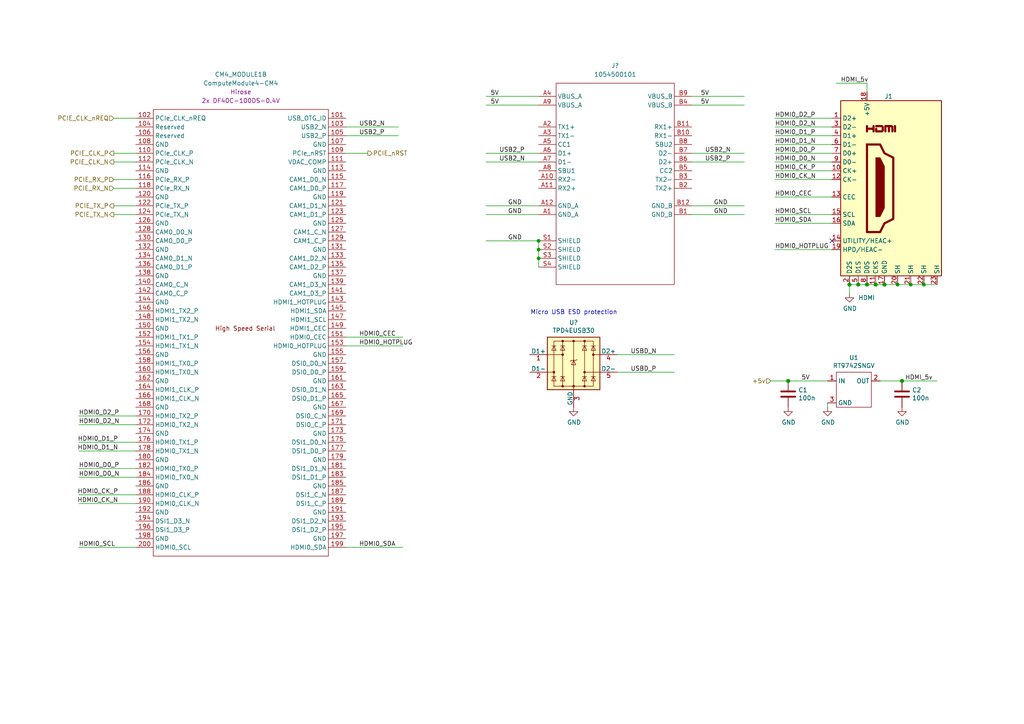
<source format=kicad_sch>
(kicad_sch (version 20211123) (generator eeschema)
  (paper "A4")
  (lib_symbols
    (symbol "CM4IO:1054500101"
      (property "Reference" "J" (at 0 0 0))
      (property "Value" "1054500101" (at 0 0 0))
      (symbol "1054500101_0_1"
        (rectangle (start 0 -5.08) (end 34.29 -63.5))
      )
      (symbol "1054500101_1_1"
        (pin input line (at -5.08 -43.18 0) (length 5) (name "GND_A") (number "A1"))
        (pin input line (at -5.08 -33.02 0) (length 5) (name "RX2-") (number "A10"))
        (pin input line (at -5.08 -35.56 0) (length 5) (name "RX2+") (number "A11"))
        (pin input line (at -5.08 -40.64 0) (length 5) (name "GND_A") (number "A12"))
        (pin input line (at -5.08 -17.78 0) (length 5) (name "TX1+") (number "A2"))
        (pin input line (at -5.08 -20.32 0) (length 5) (name "TX1-") (number "A3"))
        (pin input line (at -5.08 -8.89 0) (length 5) (name "VBUS_A") (number "A4"))
        (pin input line (at -5.08 -22.86 0) (length 5) (name "CC1") (number "A5"))
        (pin input line (at -5.08 -25.4 0) (length 5) (name "D1+") (number "A6"))
        (pin input line (at -5.08 -27.94 0) (length 5) (name "D1-") (number "A7"))
        (pin input line (at -5.08 -30.48 0) (length 5) (name "SBU1") (number "A8"))
        (pin input line (at -5.08 -11.43 0) (length 5) (name "VBUS_A") (number "A9"))
        (pin input line (at 39.37 -43.18 180) (length 5) (name "GND_B") (number "B1"))
        (pin input line (at 39.37 -20.32 180) (length 5) (name "RX1-") (number "B10"))
        (pin input line (at 39.37 -17.78 180) (length 5) (name "RX1+") (number "B11"))
        (pin input line (at 39.37 -40.64 180) (length 5) (name "GND_B") (number "B12"))
        (pin input line (at 39.37 -35.56 180) (length 5) (name "TX2+") (number "B2"))
        (pin input line (at 39.37 -33.02 180) (length 5) (name "TX2-") (number "B3"))
        (pin input line (at 39.37 -11.43 180) (length 5) (name "VBUS_B") (number "B4"))
        (pin input line (at 39.37 -30.48 180) (length 5) (name "CC2") (number "B5"))
        (pin input line (at 39.37 -27.94 180) (length 5) (name "D2+") (number "B6"))
        (pin input line (at 39.37 -25.4 180) (length 5) (name "D2-") (number "B7"))
        (pin input line (at 39.37 -22.86 180) (length 5) (name "SBU2") (number "B8"))
        (pin input line (at 39.37 -8.89 180) (length 5) (name "VBUS_B") (number "B9"))
        (pin input line (at -5.08 -50.8 0) (length 5) (name "SHIELD") (number "S1"))
        (pin input line (at -5.08 -53.34 0) (length 5) (name "SHIELD") (number "S2"))
        (pin input line (at -5.08 -55.88 0) (length 5) (name "SHIELD") (number "S3"))
        (pin input line (at -5.08 -58.42 0) (length 5) (name "SHIELD") (number "S4"))
      )
    )
    (symbol "CM4IO:ComputeModule4-CM4"
      (property "Reference" "Module" (at 113.03 -68.58 0))
      (property "Value" "ComputeModule4-CM4" (at 140.97 2.54 0))
      (property "Field4" "Hirose" (at 0 0 0))
      (property "Field5" "2x DF40C-100DS-0.4V" (at 0 -2.54 0))
      (symbol "ComputeModule4-CM4_1_0"
        (text "GPIO" (at 0 6.35 0) (effects (font (size 1.27 1.27))))
      )
      (symbol "ComputeModule4-CM4_1_1"
        (rectangle (start -30.48 -71.12) (end 25.4 58.42))
        (text "600mA Max" (at -8.89 -53.34 0) (effects (font (size 1.27 1.27))))
        (text "600mA Max" (at -8.89 -48.26 0) (effects (font (size 1.27 1.27))))
        (text "NB SD signals are only available" (at -1.27 -27.94 0) (effects (font (size 1.27 1.27))))
        (text "on modules without eMMC" (at -1.27 -30.48 0) (effects (font (size 1.27 1.27))))
        (pin power_in line (at 27.94 55.88 180) (length 2.54) (name "GND") (number "1"))
        (pin passive line (at -33.02 45.72 0) (length 2.54) (name "Ethernet_Pair0_N") (number "10"))
        (pin output line (at -33.02 -68.58 0) (length 2.54) (name "nEXTRST") (number "100"))
        (pin passive line (at 27.94 43.18 180) (length 2.54) (name "Ethernet_Pair2_P") (number "11"))
        (pin passive line (at -33.02 43.18 0) (length 2.54) (name "Ethernet_Pair0_P") (number "12"))
        (pin power_in line (at 27.94 40.64 180) (length 2.54) (name "GND") (number "13"))
        (pin power_in line (at -33.02 40.64 0) (length 2.54) (name "GND") (number "14"))
        (pin output line (at 27.94 38.1 180) (length 2.54) (name "Ethernet_nLED3(3.3v)") (number "15"))
        (pin input line (at -33.02 38.1 0) (length 2.54) (name "Ethernet_SYNC_IN(1.8v)") (number "16"))
        (pin output line (at 27.94 35.56 180) (length 2.54) (name "Ethernet_nLED2(3.3v)") (number "17"))
        (pin input line (at -33.02 35.56 0) (length 2.54) (name "Ethernet_SYNC_OUT(1.8v)") (number "18"))
        (pin output line (at 27.94 33.02 180) (length 2.54) (name "Ethernet_nLED1(3.3v)") (number "19"))
        (pin power_in line (at -33.02 55.88 0) (length 2.54) (name "GND") (number "2"))
        (pin passive line (at -33.02 33.02 0) (length 2.54) (name "EEPROM_nWP") (number "20"))
        (pin open_collector line (at 27.94 30.48 180) (length 2.54) (name "PI_nLED_Activity") (number "21"))
        (pin power_in line (at -33.02 30.48 0) (length 2.54) (name "GND") (number "22"))
        (pin power_in line (at 27.94 27.94 180) (length 2.54) (name "GND") (number "23"))
        (pin passive line (at -33.02 27.94 0) (length 2.54) (name "GPIO26") (number "24"))
        (pin passive line (at 27.94 25.4 180) (length 2.54) (name "GPIO21") (number "25"))
        (pin passive line (at -33.02 25.4 0) (length 2.54) (name "GPIO19") (number "26"))
        (pin passive line (at 27.94 22.86 180) (length 2.54) (name "GPIO20") (number "27"))
        (pin passive line (at -33.02 22.86 0) (length 2.54) (name "GPIO13") (number "28"))
        (pin passive line (at 27.94 20.32 180) (length 2.54) (name "GPIO16") (number "29"))
        (pin passive line (at 27.94 53.34 180) (length 2.54) (name "Ethernet_Pair3_P") (number "3"))
        (pin passive line (at -33.02 20.32 0) (length 2.54) (name "GPIO6") (number "30"))
        (pin passive line (at 27.94 17.78 180) (length 2.54) (name "GPIO12") (number "31"))
        (pin power_in line (at -33.02 17.78 0) (length 2.54) (name "GND") (number "32"))
        (pin power_in line (at 27.94 15.24 180) (length 2.54) (name "GND") (number "33"))
        (pin passive line (at -33.02 15.24 0) (length 2.54) (name "GPIO5") (number "34"))
        (pin passive line (at 27.94 12.7 180) (length 2.54) (name "ID_SC") (number "35"))
        (pin passive line (at -33.02 12.7 0) (length 2.54) (name "ID_SD") (number "36"))
        (pin passive line (at 27.94 10.16 180) (length 2.54) (name "GPIO7") (number "37"))
        (pin passive line (at -33.02 10.16 0) (length 2.54) (name "GPIO11") (number "38"))
        (pin passive line (at 27.94 7.62 180) (length 2.54) (name "GPIO8") (number "39"))
        (pin passive line (at -33.02 53.34 0) (length 2.54) (name "Ethernet_Pair1_P") (number "4"))
        (pin passive line (at -33.02 7.62 0) (length 2.54) (name "GPIO9") (number "40"))
        (pin passive line (at 27.94 5.08 180) (length 2.54) (name "GPIO25") (number "41"))
        (pin power_in line (at -33.02 5.08 0) (length 2.54) (name "GND") (number "42"))
        (pin power_in line (at 27.94 2.54 180) (length 2.54) (name "GND") (number "43"))
        (pin passive line (at -33.02 2.54 0) (length 2.54) (name "GPIO10") (number "44"))
        (pin passive line (at 27.94 0 180) (length 2.54) (name "GPIO24") (number "45"))
        (pin passive line (at -33.02 0 0) (length 2.54) (name "GPIO22") (number "46"))
        (pin passive line (at 27.94 -2.54 180) (length 2.54) (name "GPIO23") (number "47"))
        (pin passive line (at -33.02 -2.54 0) (length 2.54) (name "GPIO27") (number "48"))
        (pin passive line (at 27.94 -5.08 180) (length 2.54) (name "GPIO18") (number "49"))
        (pin passive line (at 27.94 50.8 180) (length 2.54) (name "Ethernet_Pair3_N") (number "5"))
        (pin passive line (at -33.02 -5.08 0) (length 2.54) (name "GPIO17") (number "50"))
        (pin passive line (at 27.94 -7.62 180) (length 2.54) (name "GPIO15") (number "51"))
        (pin power_in line (at -33.02 -7.62 0) (length 2.54) (name "GND") (number "52"))
        (pin power_in line (at 27.94 -10.16 180) (length 2.54) (name "GND") (number "53"))
        (pin passive line (at -33.02 -10.16 0) (length 2.54) (name "GPIO4") (number "54"))
        (pin passive line (at 27.94 -12.7 180) (length 2.54) (name "GPIO14") (number "55"))
        (pin passive line (at -33.02 -12.7 0) (length 2.54) (name "GPIO3") (number "56"))
        (pin passive line (at 27.94 -15.24 180) (length 2.54) (name "SD_CLK") (number "57"))
        (pin passive line (at -33.02 -15.24 0) (length 2.54) (name "GPIO2") (number "58"))
        (pin power_in line (at 27.94 -17.78 180) (length 2.54) (name "GND") (number "59"))
        (pin passive line (at -33.02 50.8 0) (length 2.54) (name "Ethernet_Pair1_N") (number "6"))
        (pin power_in line (at -33.02 -17.78 0) (length 2.54) (name "GND") (number "60"))
        (pin passive line (at 27.94 -20.32 180) (length 2.54) (name "SD_DAT3") (number "61"))
        (pin passive line (at -33.02 -20.32 0) (length 2.54) (name "SD_CMD") (number "62"))
        (pin passive line (at 27.94 -22.86 180) (length 2.54) (name "SD_DAT0") (number "63"))
        (pin passive line (at -33.02 -22.86 0) (length 2.54) (name "SD_DAT5") (number "64"))
        (pin power_in line (at 27.94 -25.4 180) (length 2.54) (name "GND") (number "65"))
        (pin power_in line (at -33.02 -25.4 0) (length 2.54) (name "GND") (number "66"))
        (pin passive line (at 27.94 -27.94 180) (length 2.54) (name "SD_DAT1") (number "67"))
        (pin passive line (at -33.02 -27.94 0) (length 2.54) (name "SD_DAT4") (number "68"))
        (pin passive line (at 27.94 -30.48 180) (length 2.54) (name "SD_DAT2") (number "69"))
        (pin power_in line (at 27.94 48.26 180) (length 2.54) (name "GND") (number "7"))
        (pin passive line (at -33.02 -30.48 0) (length 2.54) (name "SD_DAT7") (number "70"))
        (pin power_in line (at 27.94 -33.02 180) (length 2.54) (name "GND") (number "71"))
        (pin passive line (at -33.02 -33.02 0) (length 2.54) (name "SD_DAT6") (number "72"))
        (pin input line (at 27.94 -35.56 180) (length 2.54) (name "SD_VDD_Override") (number "73"))
        (pin power_in line (at -33.02 -35.56 0) (length 2.54) (name "GND") (number "74"))
        (pin output line (at 27.94 -38.1 180) (length 2.54) (name "SD_PWR_ON") (number "75"))
        (pin passive line (at -33.02 -38.1 0) (length 2.54) (name "Reserved") (number "76"))
        (pin power_in line (at 27.94 -40.64 180) (length 2.54) (name "+5v_(Input)") (number "77"))
        (pin power_in line (at -33.02 -40.64 0) (length 2.54) (name "GPIO_VREF(1.8v/3.3v_Input)") (number "78"))
        (pin power_in line (at 27.94 -43.18 180) (length 2.54) (name "+5v_(Input)") (number "79"))
        (pin power_in line (at -33.02 48.26 0) (length 2.54) (name "GND") (number "8"))
        (pin passive line (at -33.02 -43.18 0) (length 2.54) (name "SCL0") (number "80"))
        (pin power_in line (at 27.94 -45.72 180) (length 2.54) (name "+5v_(Input)") (number "81"))
        (pin passive line (at -33.02 -45.72 0) (length 2.54) (name "SDA0") (number "82"))
        (pin power_in line (at 27.94 -48.26 180) (length 2.54) (name "+5v_(Input)") (number "83"))
        (pin power_out line (at -33.02 -48.26 0) (length 2.54) (name "+3.3v_(Output)") (number "84"))
        (pin power_in line (at 27.94 -50.8 180) (length 2.54) (name "+5v_(Input)") (number "85"))
        (pin power_out line (at -33.02 -50.8 0) (length 2.54) (name "+3.3v_(Output)") (number "86"))
        (pin power_in line (at 27.94 -53.34 180) (length 2.54) (name "+5v_(Input)") (number "87"))
        (pin power_out line (at -33.02 -53.34 0) (length 2.54) (name "+1.8v_(Output)") (number "88"))
        (pin power_in line (at 27.94 -55.88 180) (length 2.54) (name "WiFi_nDisable") (number "89"))
        (pin passive line (at 27.94 45.72 180) (length 2.54) (name "Ethernet_Pair2_N") (number "9"))
        (pin power_out line (at -33.02 -55.88 0) (length 2.54) (name "+1.8v_(Output)") (number "90"))
        (pin power_in line (at 27.94 -58.42 180) (length 2.54) (name "BT_nDisable") (number "91"))
        (pin passive line (at -33.02 -58.42 0) (length 2.54) (name "RUN_PG") (number "92"))
        (pin input line (at 27.94 -60.96 180) (length 2.54) (name "nRPIBOOT") (number "93"))
        (pin passive line (at -33.02 -60.96 0) (length 2.54) (name "AnalogIP1") (number "94"))
        (pin output line (at 27.94 -63.5 180) (length 2.54) (name "nPI_LED_PWR") (number "95"))
        (pin passive line (at -33.02 -63.5 0) (length 2.54) (name "AnalogIP0") (number "96"))
        (pin passive line (at 27.94 -66.04 180) (length 2.54) (name "Camera_GPIO") (number "97"))
        (pin power_in line (at -33.02 -66.04 0) (length 2.54) (name "GND") (number "98"))
        (pin input line (at 27.94 -68.58 180) (length 2.54) (name "Global_EN") (number "99"))
      )
      (symbol "ComputeModule4-CM4_2_1"
        (rectangle (start 114.3 -66.04) (end 165.1 63.5))
        (text "High Speed Serial" (at 140.97 0 0) (effects (font (size 1.27 1.27))))
        (pin input line (at 170.18 60.96 180) (length 5.08) (name "USB_OTG_ID") (number "101"))
        (pin input line (at 109.22 60.96 0) (length 5.08) (name "PCIe_CLK_nREQ") (number "102"))
        (pin passive line (at 170.18 58.42 180) (length 5.08) (name "USB2_N") (number "103"))
        (pin passive line (at 109.22 58.42 0) (length 5.08) (name "Reserved") (number "104"))
        (pin passive line (at 170.18 55.88 180) (length 5.08) (name "USB2_P") (number "105"))
        (pin passive line (at 109.22 55.88 0) (length 5.08) (name "Reserved") (number "106"))
        (pin power_in line (at 170.18 53.34 180) (length 5.08) (name "GND") (number "107"))
        (pin power_in line (at 109.22 53.34 0) (length 5.08) (name "GND") (number "108"))
        (pin bidirectional line (at 170.18 50.8 180) (length 5.08) (name "PCIe_nRST") (number "109"))
        (pin output line (at 109.22 50.8 0) (length 5.08) (name "PCIe_CLK_P") (number "110"))
        (pin passive line (at 170.18 48.26 180) (length 5.08) (name "VDAC_COMP") (number "111"))
        (pin output line (at 109.22 48.26 0) (length 5.08) (name "PCIe_CLK_N") (number "112"))
        (pin power_in line (at 170.18 45.72 180) (length 5.08) (name "GND") (number "113"))
        (pin power_in line (at 109.22 45.72 0) (length 5.08) (name "GND") (number "114"))
        (pin input line (at 170.18 43.18 180) (length 5.08) (name "CAM1_D0_N") (number "115"))
        (pin input line (at 109.22 43.18 0) (length 5.08) (name "PCIe_RX_P") (number "116"))
        (pin input line (at 170.18 40.64 180) (length 5.08) (name "CAM1_D0_P") (number "117"))
        (pin input line (at 109.22 40.64 0) (length 5.08) (name "PCIe_RX_N") (number "118"))
        (pin power_in line (at 170.18 38.1 180) (length 5.08) (name "GND") (number "119"))
        (pin power_in line (at 109.22 38.1 0) (length 5.08) (name "GND") (number "120"))
        (pin input line (at 170.18 35.56 180) (length 5.08) (name "CAM1_D1_N") (number "121"))
        (pin output line (at 109.22 35.56 0) (length 5.08) (name "PCIe_TX_P") (number "122"))
        (pin input line (at 170.18 33.02 180) (length 5.08) (name "CAM1_D1_P") (number "123"))
        (pin output line (at 109.22 33.02 0) (length 5.08) (name "PCIe_TX_N") (number "124"))
        (pin power_in line (at 170.18 30.48 180) (length 5.08) (name "GND") (number "125"))
        (pin power_in line (at 109.22 30.48 0) (length 5.08) (name "GND") (number "126"))
        (pin input line (at 170.18 27.94 180) (length 5.08) (name "CAM1_C_N") (number "127"))
        (pin input line (at 109.22 27.94 0) (length 5.08) (name "CAM0_D0_N") (number "128"))
        (pin input line (at 170.18 25.4 180) (length 5.08) (name "CAM1_C_P") (number "129"))
        (pin input line (at 109.22 25.4 0) (length 5.08) (name "CAM0_D0_P") (number "130"))
        (pin power_in line (at 170.18 22.86 180) (length 5.08) (name "GND") (number "131"))
        (pin power_in line (at 109.22 22.86 0) (length 5.08) (name "GND") (number "132"))
        (pin input line (at 170.18 20.32 180) (length 5.08) (name "CAM1_D2_N") (number "133"))
        (pin input line (at 109.22 20.32 0) (length 5.08) (name "CAM0_D1_N") (number "134"))
        (pin input line (at 170.18 17.78 180) (length 5.08) (name "CAM1_D2_P") (number "135"))
        (pin input line (at 109.22 17.78 0) (length 5.08) (name "CAM0_D1_P") (number "136"))
        (pin power_in line (at 170.18 15.24 180) (length 5.08) (name "GND") (number "137"))
        (pin power_in line (at 109.22 15.24 0) (length 5.08) (name "GND") (number "138"))
        (pin input line (at 170.18 12.7 180) (length 5.08) (name "CAM1_D3_N") (number "139"))
        (pin input line (at 109.22 12.7 0) (length 5.08) (name "CAM0_C_N") (number "140"))
        (pin input line (at 170.18 10.16 180) (length 5.08) (name "CAM1_D3_P") (number "141"))
        (pin input line (at 109.22 10.16 0) (length 5.08) (name "CAM0_C_P") (number "142"))
        (pin input line (at 170.18 7.62 180) (length 5.08) (name "HDMI1_HOTPLUG") (number "143"))
        (pin power_in line (at 109.22 7.62 0) (length 5.08) (name "GND") (number "144"))
        (pin bidirectional line (at 170.18 5.08 180) (length 5.08) (name "HDMI1_SDA") (number "145"))
        (pin output line (at 109.22 5.08 0) (length 5.08) (name "HDMI1_TX2_P") (number "146"))
        (pin open_collector line (at 170.18 2.54 180) (length 5.08) (name "HDMI1_SCL") (number "147"))
        (pin output line (at 109.22 2.54 0) (length 5.08) (name "HDMI1_TX2_N") (number "148"))
        (pin open_collector line (at 170.18 0 180) (length 5.08) (name "HDMI1_CEC") (number "149"))
        (pin power_in line (at 109.22 0 0) (length 5.08) (name "GND") (number "150"))
        (pin open_collector line (at 170.18 -2.54 180) (length 5.08) (name "HDMI0_CEC") (number "151"))
        (pin output line (at 109.22 -2.54 0) (length 5.08) (name "HDMI1_TX1_P") (number "152"))
        (pin input line (at 170.18 -5.08 180) (length 5.08) (name "HDMI0_HOTPLUG") (number "153"))
        (pin output line (at 109.22 -5.08 0) (length 5.08) (name "HDMI1_TX1_N") (number "154"))
        (pin power_in line (at 170.18 -7.62 180) (length 5.08) (name "GND") (number "155"))
        (pin power_in line (at 109.22 -7.62 0) (length 5.08) (name "GND") (number "156"))
        (pin output line (at 170.18 -10.16 180) (length 5.08) (name "DSI0_D0_N") (number "157"))
        (pin output line (at 109.22 -10.16 0) (length 5.08) (name "HDMI1_TX0_P") (number "158"))
        (pin output line (at 170.18 -12.7 180) (length 5.08) (name "DSI0_D0_P") (number "159"))
        (pin output line (at 109.22 -12.7 0) (length 5.08) (name "HDMI1_TX0_N") (number "160"))
        (pin power_in line (at 170.18 -15.24 180) (length 5.08) (name "GND") (number "161"))
        (pin power_in line (at 109.22 -15.24 0) (length 5.08) (name "GND") (number "162"))
        (pin output line (at 170.18 -17.78 180) (length 5.08) (name "DSI0_D1_N") (number "163"))
        (pin output line (at 109.22 -17.78 0) (length 5.08) (name "HDMI1_CLK_P") (number "164"))
        (pin output line (at 170.18 -20.32 180) (length 5.08) (name "DSI0_D1_P") (number "165"))
        (pin output line (at 109.22 -20.32 0) (length 5.08) (name "HDMI1_CLK_N") (number "166"))
        (pin power_in line (at 170.18 -22.86 180) (length 5.08) (name "GND") (number "167"))
        (pin power_in line (at 109.22 -22.86 0) (length 5.08) (name "GND") (number "168"))
        (pin output line (at 170.18 -25.4 180) (length 5.08) (name "DSI0_C_N") (number "169"))
        (pin output line (at 109.22 -25.4 0) (length 5.08) (name "HDMI0_TX2_P") (number "170"))
        (pin output line (at 170.18 -27.94 180) (length 5.08) (name "DSI0_C_P") (number "171"))
        (pin output line (at 109.22 -27.94 0) (length 5.08) (name "HDMI0_TX2_N") (number "172"))
        (pin power_in line (at 170.18 -30.48 180) (length 5.08) (name "GND") (number "173"))
        (pin power_in line (at 109.22 -30.48 0) (length 5.08) (name "GND") (number "174"))
        (pin output line (at 170.18 -33.02 180) (length 5.08) (name "DSI1_D0_N") (number "175"))
        (pin output line (at 109.22 -33.02 0) (length 5.08) (name "HDMI0_TX1_P") (number "176"))
        (pin output line (at 170.18 -35.56 180) (length 5.08) (name "DSI1_D0_P") (number "177"))
        (pin output line (at 109.22 -35.56 0) (length 5.08) (name "HDMI0_TX1_N") (number "178"))
        (pin power_in line (at 170.18 -38.1 180) (length 5.08) (name "GND") (number "179"))
        (pin power_in line (at 109.22 -38.1 0) (length 5.08) (name "GND") (number "180"))
        (pin output line (at 170.18 -40.64 180) (length 5.08) (name "DSI1_D1_N") (number "181"))
        (pin output line (at 109.22 -40.64 0) (length 5.08) (name "HDMI0_TX0_P") (number "182"))
        (pin output line (at 170.18 -43.18 180) (length 5.08) (name "DSI1_D1_P") (number "183"))
        (pin output line (at 109.22 -43.18 0) (length 5.08) (name "HDMI0_TX0_N") (number "184"))
        (pin power_in line (at 170.18 -45.72 180) (length 5.08) (name "GND") (number "185"))
        (pin power_in line (at 109.22 -45.72 0) (length 5.08) (name "GND") (number "186"))
        (pin output line (at 170.18 -48.26 180) (length 5.08) (name "DSI1_C_N") (number "187"))
        (pin output line (at 109.22 -48.26 0) (length 5.08) (name "HDMI0_CLK_P") (number "188"))
        (pin output line (at 170.18 -50.8 180) (length 5.08) (name "DSI1_C_P") (number "189"))
        (pin output line (at 109.22 -50.8 0) (length 5.08) (name "HDMI0_CLK_N") (number "190"))
        (pin power_in line (at 170.18 -53.34 180) (length 5.08) (name "GND") (number "191"))
        (pin power_in line (at 109.22 -53.34 0) (length 5.08) (name "GND") (number "192"))
        (pin output line (at 170.18 -55.88 180) (length 5.08) (name "DSI1_D2_N") (number "193"))
        (pin output line (at 109.22 -55.88 0) (length 5.08) (name "DSI1_D3_N") (number "194"))
        (pin output line (at 170.18 -58.42 180) (length 5.08) (name "DSI1_D2_P") (number "195"))
        (pin output line (at 109.22 -58.42 0) (length 5.08) (name "DSI1_D3_P") (number "196"))
        (pin power_in line (at 170.18 -60.96 180) (length 5.08) (name "GND") (number "197"))
        (pin power_in line (at 109.22 -60.96 0) (length 5.08) (name "GND") (number "198"))
        (pin bidirectional line (at 170.18 -63.5 180) (length 5.08) (name "HDMI0_SDA") (number "199"))
        (pin open_collector line (at 109.22 -63.5 0) (length 5.08) (name "HDMI0_SCL") (number "200"))
      )
    )
    (symbol "CM4IO:HDMI_A_1.4"
      (property "Reference" "J1" (at 5.08 26.67 0))
      (property "Value" "HDMI" (at -2.54 -31.75 0))
      (symbol "HDMI_A_1.4_0_0"
        (polyline (pts (xy 8.128 16.51) (xy 8.128 18.034)) (stroke (width 0.635)))
        (polyline (pts (xy 0 16.51) (xy 0 18.034) (xy 0 17.272) (xy 1.905 17.272) (xy 1.905 18.034) (xy 1.905 16.51)) (stroke (width 0.635)))
        (polyline (pts (xy 2.667 18.034) (xy 4.318 18.034) (xy 4.572 17.78) (xy 4.572 16.764) (xy 4.318 16.51) (xy 2.667 16.51) (xy 2.667 17.272)) (stroke (width 0.635)))
        (pin passive line (at 12.7 -27.94 90) (length 2.54) (name "SH") (number "21"))
        (pin passive line (at 16.51 -27.94 90) (length 2.54) (name "SH") (number "22"))
        (pin passive line (at 20.32 -27.94 90) (length 2.54) (name "SH") (number "23"))
      )
      (symbol "HDMI_A_1.4_0_1"
        (rectangle (start -7.62 25.4) (end 21.59 -25.4) (stroke (width 0.254)) (fill (type background)))
        (polyline (pts (xy 2.54 8.89) (xy 3.81 8.89) (xy 5.08 6.35) (xy 5.08 -5.715) (xy 3.81 -8.255) (xy 2.54 -8.255) (xy 2.54 8.89)) (fill (type outline)))
        (polyline (pts (xy 5.334 16.51) (xy 5.334 18.034) (xy 6.35 18.034) (xy 6.35 16.51) (xy 6.35 18.034) (xy 7.112 18.034) (xy 7.366 17.78) (xy 7.366 16.51)) (stroke (width 0.635)))
        (polyline (pts (xy 0 12.7) (xy 0 -12.7) (xy 3.81 -12.7) (xy 5.08 -10.16) (xy 7.62 -8.89) (xy 7.62 8.89) (xy 5.08 10.16) (xy 3.81 12.7) (xy 0 12.7)) (stroke (width 0.635)))
      )
      (symbol "HDMI_A_1.4_1_1"
        (pin passive line (at -10.16 20.32 0) (length 2.54) (name "D2+") (number "1"))
        (pin passive line (at -10.16 5.08 0) (length 2.54) (name "CK+") (number "10"))
        (pin power_in line (at 2.54 -27.94 90) (length 2.54) (name "CKS") (number "11"))
        (pin passive line (at -10.16 2.54 0) (length 2.54) (name "CK-") (number "12"))
        (pin bidirectional line (at -10.16 -2.54 0) (length 2.54) (name "CEC") (number "13"))
        (pin passive line (at -10.16 -15.24 0) (length 2.54) (name "UTILITY/HEAC+") (number "14"))
        (pin passive line (at -10.16 -7.62 0) (length 2.54) (name "SCL") (number "15"))
        (pin bidirectional line (at -10.16 -10.16 0) (length 2.54) (name "SDA") (number "16"))
        (pin power_in line (at 5.08 -27.94 90) (length 2.54) (name "GND") (number "17"))
        (pin power_in line (at 0 27.94 270) (length 2.54) (name "+5V") (number "18"))
        (pin passive line (at -10.16 -17.78 0) (length 2.54) (name "HPD/HEAC-") (number "19"))
        (pin power_in line (at -5.08 -27.94 90) (length 2.54) (name "D2S") (number "2"))
        (pin passive line (at 8.89 -27.94 90) (length 2.54) (name "SH") (number "20"))
        (pin passive line (at -10.16 17.78 0) (length 2.54) (name "D2-") (number "3"))
        (pin passive line (at -10.16 15.24 0) (length 2.54) (name "D1+") (number "4"))
        (pin power_in line (at -2.54 -27.94 90) (length 2.54) (name "D1S") (number "5"))
        (pin passive line (at -10.16 12.7 0) (length 2.54) (name "D1-") (number "6"))
        (pin passive line (at -10.16 10.16 0) (length 2.54) (name "D0+") (number "7"))
        (pin power_in line (at 0 -27.94 90) (length 2.54) (name "D0S") (number "8"))
        (pin passive line (at -10.16 7.62 0) (length 2.54) (name "D0-") (number "9"))
      )
    )
    (symbol "CM4IO:RT9742SNGV"
      (property "Reference" "U" (at -2.54 7.62 0))
      (property "Value" "RT9742SNGV" (at 3.81 -5.08 0))
      (symbol "RT9742SNGV_0_1"
        (rectangle (start -2.54 6.35) (end 7.62 -3.81))
      )
      (symbol "RT9742SNGV_1_1"
        (pin power_in line (at -5.08 3.81 0) (length 2.54) (name "IN") (number "1"))
        (pin power_in line (at 10.16 3.81 180) (length 2.54) (name "OUT") (number "2"))
        (pin power_in line (at -5.08 -2.54 0) (length 2.54) (name "GND") (number "3"))
      )
    )
    (symbol "CM4IO:TPD4EUSB30" (pin_names (offset 0))
      (property "Reference" "U" (at -0.635 8.89 0))
      (property "Value" "TPD4EUSB30" (at 8.89 -10.16 0))
      (symbol "TPD4EUSB30_0_0"
        (rectangle (start -5.715 6.477) (end 5.715 -6.604))
        (polyline (pts (xy -3.175 -6.604) (xy -3.175 6.477)))
        (polyline (pts (xy 0 6.477) (xy 0 -6.604)))
        (polyline (pts (xy 3.175 6.477) (xy 3.175 -6.604)))
      )
      (symbol "TPD4EUSB30_0_1"
        (rectangle (start -7.62 7.62) (end 7.62 -7.62) (stroke (width 0.254)) (fill (type background)))
        (circle (center -5.715 -2.54) (radius 0.2794) (fill (type outline)))
        (circle (center -3.175 -6.604) (radius 0.2794) (fill (type outline)))
        (circle (center -3.175 2.54) (radius 0.2794) (fill (type outline)))
        (circle (center -3.175 6.477) (radius 0.2794) (fill (type outline)))
        (circle (center 0 -6.604) (radius 0.2794) (fill (type outline)))
        (polyline (pts (xy -7.747 2.54) (xy -3.175 2.54)))
        (polyline (pts (xy -7.62 -2.54) (xy -5.715 -2.54)))
        (polyline (pts (xy -5.08 -3.81) (xy -6.35 -3.81)))
        (polyline (pts (xy -5.08 5.08) (xy -6.35 5.08)))
        (polyline (pts (xy -2.54 -3.81) (xy -3.81 -3.81)))
        (polyline (pts (xy -2.54 5.08) (xy -3.81 5.08)))
        (polyline (pts (xy -0.635 0.889) (xy -1.016 0.635)))
        (polyline (pts (xy 0 -6.604) (xy 0 -7.62)))
        (polyline (pts (xy 0.635 0.889) (xy -0.635 0.889)))
        (polyline (pts (xy 0.635 0.889) (xy 1.016 1.143)))
        (polyline (pts (xy 3.81 -3.81) (xy 2.54 -3.81)))
        (polyline (pts (xy 3.81 5.08) (xy 2.54 5.08)))
        (polyline (pts (xy 6.35 -3.81) (xy 5.08 -3.81)))
        (polyline (pts (xy 6.35 5.08) (xy 5.08 5.08)))
        (polyline (pts (xy 7.62 -2.54) (xy 3.175 -2.54)))
        (polyline (pts (xy 7.62 2.54) (xy 5.715 2.54)))
        (polyline (pts (xy -5.08 -5.08) (xy -6.35 -5.08) (xy -5.715 -3.81) (xy -5.08 -5.08)))
        (polyline (pts (xy -5.08 3.81) (xy -6.35 3.81) (xy -5.715 5.08) (xy -5.08 3.81)))
        (polyline (pts (xy -2.54 -5.08) (xy -3.81 -5.08) (xy -3.175 -3.81) (xy -2.54 -5.08)))
        (polyline (pts (xy -2.54 3.81) (xy -3.81 3.81) (xy -3.175 5.08) (xy -2.54 3.81)))
        (polyline (pts (xy 0.635 -0.381) (xy -0.635 -0.381) (xy 0 0.889) (xy 0.635 -0.381)))
        (polyline (pts (xy 3.81 -5.08) (xy 2.54 -5.08) (xy 3.175 -3.81) (xy 3.81 -5.08)))
        (polyline (pts (xy 3.81 3.81) (xy 2.54 3.81) (xy 3.175 5.08) (xy 3.81 3.81)))
        (polyline (pts (xy 6.35 -5.08) (xy 5.08 -5.08) (xy 5.715 -3.81) (xy 6.35 -5.08)))
        (polyline (pts (xy 6.35 3.81) (xy 5.08 3.81) (xy 5.715 5.08) (xy 6.35 3.81)))
        (circle (center 0 6.477) (radius 0.2794) (fill (type outline)))
        (circle (center 3.175 -6.604) (radius 0.2794) (fill (type outline)))
        (circle (center 3.175 -2.54) (radius 0.2794) (fill (type outline)))
        (circle (center 3.175 6.477) (radius 0.2794) (fill (type outline)))
        (circle (center 5.715 2.54) (radius 0.2794) (fill (type outline)))
      )
      (symbol "TPD4EUSB30_1_1"
        (pin passive line (at -12.7 2.54 0) (length 5.08) (name "D1+") (number "1"))
        (pin passive line (at -12.7 2.54 0) (length 5.08) hide (name "~") (number "10"))
        (pin passive line (at -12.7 -2.54 0) (length 5.08) (name "D1-") (number "2"))
        (pin power_in line (at 0 -12.7 90) (length 5.08) (name "GND") (number "3"))
        (pin passive line (at 12.7 2.54 180) (length 5.08) (name "D2+") (number "4"))
        (pin passive line (at 12.7 -2.54 180) (length 5.08) (name "D2-") (number "5"))
        (pin passive line (at 12.7 -2.54 180) (length 5.08) hide (name "~") (number "6"))
        (pin passive line (at 12.7 2.54 180) (length 5.08) hide (name "~") (number "7"))
        (pin passive line (at 0 -12.7 90) (length 5.08) hide (name "GND") (number "8"))
        (pin passive line (at -12.7 -2.54 0) (length 5.08) hide (name "~") (number "9"))
      )
    )
    (symbol "Device:C" (pin_numbers hide) (pin_names (offset 0.254))
      (property "Reference" "C" (at 0.635 2.54 0))
      (property "Value" "C" (at 0.635 -2.54 0))
      (symbol "C_0_1"
        (polyline (pts (xy -2.032 -0.762) (xy 2.032 -0.762)) (stroke (width 0.508)))
        (polyline (pts (xy -2.032 0.762) (xy 2.032 0.762)) (stroke (width 0.508)))
      )
      (symbol "C_1_1"
        (pin passive line (at 0 3.81 270) (length 2.794) (name "~") (number "1"))
        (pin passive line (at 0 -3.81 90) (length 2.794) (name "~") (number "2"))
      )
    )
    (symbol "power:GND" (power) (pin_names (offset 0))
      (property "Value" "GND" (at 0 -3.81 0))
      (symbol "GND_0_1"
        (polyline (pts (xy 0 0) (xy 0 -1.27) (xy 1.27 -1.27) (xy 0 -2.54) (xy -1.27 -1.27) (xy 0 -1.27)))
      )
      (symbol "GND_1_1"
        (pin power_in line (at 0 0 270) (length 0) hide (name "GND") (number "1"))
      )
    )
  )
  (junction (at 246.38 82.55) (diameter 1.016))
  (junction (at 251.46 82.55) (diameter 1.016))
  (junction (at 248.92 82.55) (diameter 1.016))
  (junction (at 267.97 82.55))
  (junction (at 260.35 82.55))
  (junction (at 264.16 82.55))
  (junction (at 256.54 82.55) (diameter 1.016))
  (junction (at 254 82.55) (diameter 1.016))
  (junction (at 261.62 110.49) (diameter 1.016))
  (junction (at 156.21 74.93))
  (junction (at 228.6 110.49) (diameter 1.016))
  (junction (at 156.21 72.39))
  (junction (at 156.21 69.85))
  (no_connect (at 241.3 69.85))
  (wire (pts (xy 22.86 123.19) (xy 39.37 123.19)))
  (wire (pts (xy 251.46 82.55) (xy 254 82.55)))
  (wire (pts (xy 140.97 69.85) (xy 156.21 69.85)))
  (wire (pts (xy 22.86 138.43) (xy 39.37 138.43)))
  (wire (pts (xy 22.86 158.75) (xy 39.37 158.75)))
  (wire (pts (xy 100.33 39.37) (xy 115.57 39.37)))
  (wire (pts (xy 39.37 130.81) (xy 22.86 130.81)))
  (wire (pts (xy 242.57 24.13) (xy 251.46 24.13)))
  (wire (pts (xy 39.37 128.27) (xy 22.86 128.27)))
  (wire (pts (xy 254 82.55) (xy 256.54 82.55)))
  (wire (pts (xy 200.66 27.94) (xy 215.9 27.94)))
  (wire (pts (xy 261.62 110.49) (xy 271.78 110.49)))
  (wire (pts (xy 248.92 82.55) (xy 251.46 82.55)))
  (wire (pts (xy 224.79 39.37) (xy 241.3 39.37)))
  (wire (pts (xy 200.66 59.69) (xy 215.9 59.69)))
  (wire (pts (xy 140.97 46.99) (xy 156.21 46.99)))
  (wire (pts (xy 140.97 30.48) (xy 156.21 30.48)))
  (wire (pts (xy 240.03 116.84) (xy 240.03 118.11)))
  (wire (pts (xy 224.79 46.99) (xy 241.3 46.99)))
  (wire (pts (xy 264.16 82.55) (xy 260.35 82.55)))
  (wire (pts (xy 200.66 62.23) (xy 215.9 62.23)))
  (wire (pts (xy 39.37 54.61) (xy 33.02 54.61)))
  (wire (pts (xy 260.35 82.55) (xy 256.54 82.55)))
  (wire (pts (xy 267.97 82.55) (xy 271.78 82.55)))
  (wire (pts (xy 140.97 62.23) (xy 156.21 62.23)))
  (wire (pts (xy 224.79 36.83) (xy 241.3 36.83)))
  (wire (pts (xy 267.97 82.55) (xy 264.16 82.55)))
  (wire (pts (xy 223.52 110.49) (xy 228.6 110.49)))
  (wire (pts (xy 224.79 72.39) (xy 241.3 72.39)))
  (wire (pts (xy 156.21 74.93) (xy 156.21 77.47)))
  (wire (pts (xy 156.21 72.39) (xy 156.21 74.93)))
  (wire (pts (xy 100.33 100.33) (xy 116.84 100.33)))
  (wire (pts (xy 33.02 46.99) (xy 39.37 46.99)))
  (wire (pts (xy 224.79 62.23) (xy 241.3 62.23)))
  (wire (pts (xy 140.97 44.45) (xy 156.21 44.45)))
  (wire (pts (xy 33.02 34.29) (xy 39.37 34.29)))
  (wire (pts (xy 140.97 27.94) (xy 156.21 27.94)))
  (wire (pts (xy 255.27 110.49) (xy 261.62 110.49)))
  (wire (pts (xy 224.79 34.29) (xy 241.3 34.29)))
  (wire (pts (xy 100.33 158.75) (xy 116.84 158.75)))
  (wire (pts (xy 224.79 64.77) (xy 241.3 64.77)))
  (wire (pts (xy 179.07 107.95) (xy 195.58 107.95)))
  (wire (pts (xy 224.79 44.45) (xy 241.3 44.45)))
  (wire (pts (xy 39.37 143.51) (xy 22.86 143.51)))
  (wire (pts (xy 200.66 30.48) (xy 215.9 30.48)))
  (wire (pts (xy 179.07 102.87) (xy 195.58 102.87)))
  (wire (pts (xy 246.38 82.55) (xy 248.92 82.55)))
  (wire (pts (xy 22.86 120.65) (xy 39.37 120.65)))
  (wire (pts (xy 100.33 44.45) (xy 106.68 44.45)))
  (wire (pts (xy 156.21 69.85) (xy 156.21 72.39)))
  (wire (pts (xy 33.02 62.23) (xy 39.37 62.23)))
  (wire (pts (xy 39.37 52.07) (xy 33.02 52.07)))
  (wire (pts (xy 246.38 82.55) (xy 246.38 85.09)))
  (wire (pts (xy 100.33 36.83) (xy 115.57 36.83)))
  (wire (pts (xy 140.97 59.69) (xy 156.21 59.69)))
  (wire (pts (xy 228.6 110.49) (xy 240.03 110.49)))
  (wire (pts (xy 224.79 49.53) (xy 241.3 49.53)))
  (wire (pts (xy 33.02 59.69) (xy 39.37 59.69)))
  (wire (pts (xy 224.79 41.91) (xy 241.3 41.91)))
  (wire (pts (xy 39.37 146.05) (xy 22.86 146.05)))
  (wire (pts (xy 22.86 135.89) (xy 39.37 135.89)))
  (wire (pts (xy 251.46 24.13) (xy 251.46 26.67)))
  (wire (pts (xy 224.79 57.15) (xy 241.3 57.15)))
  (wire (pts (xy 100.33 97.79) (xy 116.84 97.79)))
  (wire (pts (xy 33.02 44.45) (xy 39.37 44.45)))
  (wire (pts (xy 200.66 44.45) (xy 215.9 44.45)))
  (wire (pts (xy 224.79 52.07) (xy 241.3 52.07)))
  (wire (pts (xy 200.66 46.99) (xy 215.9 46.99)))
  (text "Micro USB ESD protection" (at 179.07 91.44 180) (effects (font (size 1.27 1.27)) (justify right bottom)))
  (label "HDMI0_CK_N" (at 34.29 146.05 180))
  (label "HDMI0_SDA" (at 104.14 158.75 0))
  (label "USBD_P" (at 182.88 107.95 0))
  (label "5V" (at 142.24 27.94 0))
  (label "HDMI0_SCL" (at 22.86 158.75 0))
  (label "HDMI_5v" (at 270.51 110.49 180))
  (label "HDMI0_HOTPLUG" (at 224.79 72.39 0))
  (label "HDMI0_CEC" (at 224.79 57.15 0))
  (label "5V" (at 203.2 27.94 0))
  (label "HDMI0_D2_N" (at 22.86 123.19 0))
  (label "5V" (at 232.41 110.49 0))
  (label "HDMI0_D0_N" (at 224.79 46.99 0))
  (label "HDMI0_SDA" (at 224.79 64.77 0))
  (label "USB2_P" (at 144.78 44.45 0))
  (label "USB2_N" (at 104.14 36.83 0))
  (label "HDMI0_D2_P" (at 224.79 34.29 0))
  (label "5V" (at 203.2 30.48 0))
  (label "GND" (at 147.32 69.85 0))
  (label "HDMI0_D0_P" (at 22.86 135.89 0))
  (label "USB2_N" (at 204.47 44.45 0))
  (label "HDMI0_SCL" (at 224.79 62.23 0))
  (label "HDMI0_D0_P" (at 224.79 44.45 0))
  (label "HDMI0_CK_P" (at 34.29 143.51 180))
  (label "GND" (at 147.32 59.69 0))
  (label "GND" (at 147.32 62.23 0))
  (label "GND" (at 207.01 62.23 0))
  (label "HDMI0_D2_P" (at 22.86 120.65 0))
  (label "GND" (at 207.01 59.69 0))
  (label "USB2_N" (at 144.78 46.99 0))
  (label "HDMI0_CEC" (at 104.14 97.79 0))
  (label "5V" (at 142.24 30.48 0))
  (label "HDMI0_D0_N" (at 22.86 138.43 0))
  (label "HDMI0_D1_N" (at 224.79 41.91 0))
  (label "HDMI0_D1_P" (at 224.79 39.37 0))
  (label "HDMI0_HOTPLUG" (at 104.14 100.33 0))
  (label "USB2_P" (at 204.47 46.99 0))
  (label "HDMI_5v" (at 243.84 24.13 0))
  (label "USBD_N" (at 182.88 102.87 0))
  (label "USB2_P" (at 104.14 39.37 0))
  (label "HDMI0_CK_P" (at 224.79 49.53 0))
  (label "HDMI0_CK_N" (at 224.79 52.07 0))
  (label "HDMI0_D1_N" (at 34.29 130.81 180))
  (label "HDMI0_D1_P" (at 34.29 128.27 180))
  (label "HDMI0_D2_N" (at 224.79 36.83 0))
  (hierarchical_label "PCIE_TX_P" (shape output) (at 33.02 59.69 180))
  (hierarchical_label "PCIE_CLK_P" (shape output) (at 33.02 44.45 180))
  (hierarchical_label "PCIE_TX_N" (shape output) (at 33.02 62.23 180))
  (hierarchical_label "PCIE_CLK_N" (shape output) (at 33.02 46.99 180))
  (hierarchical_label "PCIE_CLK_nREQ" (shape input) (at 33.02 34.29 180))
  (hierarchical_label "+5v" (shape input) (at 223.52 110.49 180))
  (hierarchical_label "PCIE_RX_P" (shape input) (at 33.02 52.07 180))
  (hierarchical_label "PCIE_RX_N" (shape input) (at 33.02 54.61 180))
  (hierarchical_label "PCIE_nRST" (shape output) (at 106.68 44.45 0))
  (symbol (lib_id "power:GND") (at 246.38 85.09 0) (unit 1)
    (property "Reference" "#PWR0101" (effects hide))
    (property "Value" "GND" (at 246.507 89.4842 0))
  )
  (symbol (lib_id "CM4IO:1054500101") (at 161.29 19.05 0) (unit 1)
    (property "Reference" "J?" (at 178.435 19.05 0))
    (property "Value" "1054500101" (at 178.435 21.59 0))
    (property "Footprint" "CM4IO:MOLEX_105450-0101" (effects hide))
  )
  (symbol (lib_id "Device:C") (at 228.6 114.3 0) (unit 1)
    (property "Reference" "C1" (at 231.521 113.1316 0) (effects (justify left)))
    (property "Value" "100n" (at 231.521 115.443 0) (effects (justify left)))
    (property "Footprint" "Capacitor_SMD:C_0402_1005Metric" (effects hide))
    (property "Datasheet" "https://search.murata.co.jp/Ceramy/image/img/A01X/G101/ENG/GRM155R71C104KA88-01.pdf" (effects hide))
    (property "Field4" "Farnell" (effects hide))
    (property "Field5" "2611911" (effects hide))
    (property "Field6" "RM EMK105 B7104KV-F" (effects hide))
    (property "Field7" "TAIYO YUDEN EUROPE GMBH" (effects hide))
    (property "Part Description" "	0.1uF 10% 16V Ceramic Capacitor X7R 0402 (1005 Metric)" (effects hide))
    (property "Field8" "110091611" (effects hide))
  )
  (symbol (lib_id "power:GND") (at 240.03 118.11 0) (unit 1)
    (property "Reference" "#PWR0104" (effects hide))
    (property "Value" "GND" (at 240.157 122.5042 0))
  )
  (symbol (lib_id "CM4IO:HDMI_A_1.4") (at 251.46 54.61 0) (unit 1)
    (property "Reference" "J1" (at 256.54 27.94 0) (effects (justify left)))
    (property "Value" "HDMI" (at 248.92 86.36 0) (effects (justify left)))
    (property "Footprint" "CM4IO:685119134923" (effects hide))
    (property "Datasheet" "https://www.tme.eu/Document/f15dffbcfad8545e17826f72d36911c8/206A-SEAN-R03.pdf" (effects hide))
    (property "Field4" "Farnell" (effects hide))
    (property "Field5" "2614936" (effects hide))
    (property "Field6" "690-019-298-412" (effects hide))
    (property "Field7" "EDAC" (effects hide))
    (property "Part Description" "HDMI Connector, Right Angle, 19 Contacts, Receptacle, Surface Mount, Surface Mount Right Angle" (effects hide))
    (property "Field8" "UCON00802" (effects hide))
  )
  (symbol (lib_id "power:GND") (at 228.6 118.11 0) (unit 1)
    (property "Reference" "#PWR0103" (effects hide))
    (property "Value" "GND" (at 228.727 122.5042 0))
  )
  (symbol (lib_id "CM4IO:ComputeModule4-CM4") (at -69.85 95.25 0) (unit 2)
    (property "Reference" "CM4_MODULE1" (at 69.85 21.59 0))
    (property "Value" "ComputeModule4-CM4" (at 69.85 24.13 0))
    (property "Footprint" "CM4IO:Raspberry-Pi-4-Compute-Module" (effects hide))
    (property "Field4" "Hirose" (at 69.85 26.67 0))
    (property "Field5" "2x DF40C-100DS-0.4V" (at 69.85 29.21 0))
  )
  (symbol (lib_id "CM4IO:TPD4EUSB30") (at 166.37 105.41 0) (unit 1)
    (property "Reference" "U?" (at 166.37 93.5482 0))
    (property "Value" "TPD4EUSB30" (at 166.37 95.8596 0))
    (property "Footprint" "Package_SON:USON-10_2.5x1.0mm_P0.5mm" (effects hide))
    (property "Datasheet" "http://www.ti.com/lit/ds/symlink/tpd2eusb30a.pdf" (effects hide))
    (property "Field4" "Farnell" (effects hide))
    (property "Field5" "2335455" (effects hide))
    (property "Field6" "CDDFN10-3324P-13" (effects hide))
    (property "Field7" "Bourns" (effects hide))
    (property "Field8" "UDIO00346" (effects hide))
    (property "Part Description" "Quad TVS diode for high speed signals (USB3, GigE etc.)" (effects hide))
  )
  (symbol (lib_id "power:GND") (at 261.62 118.11 0) (unit 1)
    (property "Reference" "#PWR0102" (effects hide))
    (property "Value" "GND" (at 261.747 122.5042 0))
  )
  (symbol (lib_id "CM4IO:RT9742SNGV") (at 245.11 114.3 0) (unit 1)
    (property "Reference" "U1" (at 247.65 103.759 0))
    (property "Value" "RT9742SNGV" (at 247.65 106.0704 0))
    (property "Footprint" "Package_TO_SOT_SMD:SOT-23" (effects hide))
    (property "Datasheet" "https://www.richtek.com/assets/product_file/RT9742/DS9742-09.pdf" (effects hide))
    (property "Field4" "Farnell" (effects hide))
    (property "Field5" "2575555" (effects hide))
    (property "Field6" "RT9742SNGV" (effects hide))
    (property "Field7" "RichTek" (effects hide))
    (property "Part Description" "Power Switch/Driver 1:1 N-Channel 500mA SOT-23-3" (effects hide))
    (property "Field8" "USWI00155" (effects hide))
  )
  (symbol (lib_id "power:GND") (at 166.37 118.11 0) (unit 1)
    (property "Reference" "#PWR?" (effects hide))
    (property "Value" "GND" (at 166.497 122.5042 0))
  )
  (symbol (lib_id "Device:C") (at 261.62 114.3 0) (unit 1)
    (property "Reference" "C2" (at 264.541 113.1316 0) (effects (justify left)))
    (property "Value" "100n" (at 264.541 115.443 0) (effects (justify left)))
    (property "Footprint" "Capacitor_SMD:C_0402_1005Metric" (effects hide))
    (property "Datasheet" "https://search.murata.co.jp/Ceramy/image/img/A01X/G101/ENG/GRM155R71C104KA88-01.pdf" (effects hide))
    (property "Field4" "Farnell" (effects hide))
    (property "Field5" "2611911" (effects hide))
    (property "Field6" "RM EMK105 B7104KV-F" (effects hide))
    (property "Field7" "TAIYO YUDEN EUROPE GMBH" (effects hide))
    (property "Part Description" "	0.1uF 10% 16V Ceramic Capacitor X7R 0402 (1005 Metric)" (effects hide))
    (property "Field8" "110091611" (effects hide))
  )
)
</source>
